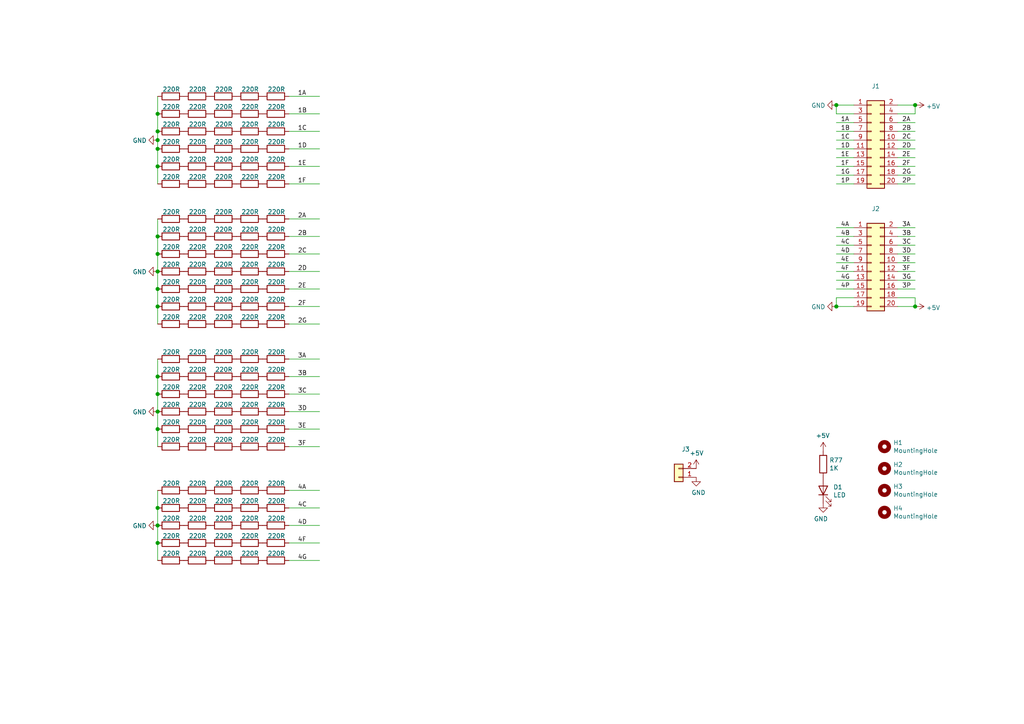
<source format=kicad_sch>
(kicad_sch (version 20201015) (generator eeschema)
  (paper "A4")
  (lib_symbols
    (symbol "Connector_Generic:Conn_01x02" (pin_names (offset 1.016) hide)
      (property "Reference" "J" (at 0 2.54 0))
      (property "Value" "Conn_01x02" (at 0 -5.08 0))
      (symbol "Conn_01x02_1_1"
        (rectangle (start -1.27 -2.413) (end 0 -2.667) (stroke (width 0.1524)))
        (rectangle (start -1.27 0.127) (end 0 -0.127) (stroke (width 0.1524)))
        (rectangle (start -1.27 1.27) (end 1.27 -3.81) (stroke (width 0.254)) (fill (type background)))
        (pin passive line (at -5.08 0 0) (length 3.81) (name "Pin_1") (number "1"))
        (pin passive line (at -5.08 -2.54 0) (length 3.81) (name "Pin_2") (number "2"))
      )
    )
    (symbol "Connector_Generic:Conn_02x10_Odd_Even" (pin_names (offset 1.016) hide)
      (property "Reference" "J" (at 1.27 12.7 0))
      (property "Value" "Conn_02x10_Odd_Even" (at 1.27 -15.24 0))
      (symbol "Conn_02x10_Odd_Even_1_1"
        (rectangle (start -1.27 -4.953) (end 0 -5.207) (stroke (width 0.1524)))
        (rectangle (start -1.27 -7.493) (end 0 -7.747) (stroke (width 0.1524)))
        (rectangle (start -1.27 -10.033) (end 0 -10.287) (stroke (width 0.1524)))
        (rectangle (start -1.27 -12.573) (end 0 -12.827) (stroke (width 0.1524)))
        (rectangle (start -1.27 -2.413) (end 0 -2.667) (stroke (width 0.1524)))
        (rectangle (start -1.27 2.667) (end 0 2.413) (stroke (width 0.1524)))
        (rectangle (start -1.27 5.207) (end 0 4.953) (stroke (width 0.1524)))
        (rectangle (start -1.27 7.747) (end 0 7.493) (stroke (width 0.1524)))
        (rectangle (start -1.27 10.287) (end 0 10.033) (stroke (width 0.1524)))
        (rectangle (start -1.27 11.43) (end 3.81 -13.97) (stroke (width 0.254)) (fill (type background)))
        (rectangle (start -1.27 0.127) (end 0 -0.127) (stroke (width 0.1524)))
        (rectangle (start 3.81 -4.953) (end 2.54 -5.207) (stroke (width 0.1524)))
        (rectangle (start 3.81 -7.493) (end 2.54 -7.747) (stroke (width 0.1524)))
        (rectangle (start 3.81 -10.033) (end 2.54 -10.287) (stroke (width 0.1524)))
        (rectangle (start 3.81 -12.573) (end 2.54 -12.827) (stroke (width 0.1524)))
        (rectangle (start 3.81 -2.413) (end 2.54 -2.667) (stroke (width 0.1524)))
        (rectangle (start 3.81 2.667) (end 2.54 2.413) (stroke (width 0.1524)))
        (rectangle (start 3.81 5.207) (end 2.54 4.953) (stroke (width 0.1524)))
        (rectangle (start 3.81 7.747) (end 2.54 7.493) (stroke (width 0.1524)))
        (rectangle (start 3.81 10.287) (end 2.54 10.033) (stroke (width 0.1524)))
        (rectangle (start 3.81 0.127) (end 2.54 -0.127) (stroke (width 0.1524)))
        (pin passive line (at -5.08 10.16 0) (length 3.81) (name "Pin_1") (number "1"))
        (pin passive line (at 7.62 0 180) (length 3.81) (name "Pin_10") (number "10"))
        (pin passive line (at -5.08 -2.54 0) (length 3.81) (name "Pin_11") (number "11"))
        (pin passive line (at 7.62 -2.54 180) (length 3.81) (name "Pin_12") (number "12"))
        (pin passive line (at -5.08 -5.08 0) (length 3.81) (name "Pin_13") (number "13"))
        (pin passive line (at 7.62 -5.08 180) (length 3.81) (name "Pin_14") (number "14"))
        (pin passive line (at -5.08 -7.62 0) (length 3.81) (name "Pin_15") (number "15"))
        (pin passive line (at 7.62 -7.62 180) (length 3.81) (name "Pin_16") (number "16"))
        (pin passive line (at -5.08 -10.16 0) (length 3.81) (name "Pin_17") (number "17"))
        (pin passive line (at 7.62 -10.16 180) (length 3.81) (name "Pin_18") (number "18"))
        (pin passive line (at -5.08 -12.7 0) (length 3.81) (name "Pin_19") (number "19"))
        (pin passive line (at 7.62 10.16 180) (length 3.81) (name "Pin_2") (number "2"))
        (pin passive line (at 7.62 -12.7 180) (length 3.81) (name "Pin_20") (number "20"))
        (pin passive line (at -5.08 7.62 0) (length 3.81) (name "Pin_3") (number "3"))
        (pin passive line (at 7.62 7.62 180) (length 3.81) (name "Pin_4") (number "4"))
        (pin passive line (at -5.08 5.08 0) (length 3.81) (name "Pin_5") (number "5"))
        (pin passive line (at 7.62 5.08 180) (length 3.81) (name "Pin_6") (number "6"))
        (pin passive line (at -5.08 2.54 0) (length 3.81) (name "Pin_7") (number "7"))
        (pin passive line (at 7.62 2.54 180) (length 3.81) (name "Pin_8") (number "8"))
        (pin passive line (at -5.08 0 0) (length 3.81) (name "Pin_9") (number "9"))
      )
    )
    (symbol "Device:LED" (pin_numbers hide) (pin_names (offset 1.016) hide)
      (property "Reference" "D" (at 0 2.54 0))
      (property "Value" "LED" (at 0 -2.54 0))
      (symbol "LED_0_1"
        (polyline (pts (xy -1.27 -1.27) (xy -1.27 1.27)) (stroke (width 0.254)))
        (polyline (pts (xy -1.27 0) (xy 1.27 0)))
        (polyline (pts (xy 1.27 -1.27) (xy 1.27 1.27) (xy -1.27 0) (xy 1.27 -1.27)) (stroke (width 0.254)))
        (polyline (pts (xy -3.048 -0.762) (xy -4.572 -2.286) (xy -3.81 -2.286) (xy -4.572 -2.286) (xy -4.572 -1.524)))
        (polyline (pts (xy -1.778 -0.762) (xy -3.302 -2.286) (xy -2.54 -2.286) (xy -3.302 -2.286) (xy -3.302 -1.524)))
      )
      (symbol "LED_1_1"
        (pin passive line (at -3.81 0 0) (length 2.54) (name "K") (number "1"))
        (pin passive line (at 3.81 0 180) (length 2.54) (name "A") (number "2"))
      )
    )
    (symbol "Device:R" (pin_numbers hide) (pin_names (offset 0))
      (property "Reference" "R" (at 2.032 0 90))
      (property "Value" "R" (at 0 0 90))
      (symbol "R_0_1"
        (rectangle (start -1.016 -2.54) (end 1.016 2.54) (stroke (width 0.254)))
      )
      (symbol "R_1_1"
        (pin passive line (at 0 3.81 270) (length 1.27) (name "~") (number "1"))
        (pin passive line (at 0 -3.81 90) (length 1.27) (name "~") (number "2"))
      )
    )
    (symbol "Mechanical:MountingHole" (pin_names (offset 1.016))
      (property "Reference" "H" (at 0 5.08 0))
      (property "Value" "MountingHole" (at 0 3.175 0))
      (symbol "MountingHole_0_1"
        (circle (center 0 0) (radius 1.27) (stroke (width 1.27)))
      )
    )
    (symbol "power:+5V" (power) (pin_names (offset 0))
      (property "Value" "+5V" (at 0 3.556 0))
      (symbol "+5V_0_1"
        (polyline (pts (xy -0.762 1.27) (xy 0 2.54)))
        (polyline (pts (xy 0 0) (xy 0 2.54)))
        (polyline (pts (xy 0 2.54) (xy 0.762 1.27)))
      )
      (symbol "+5V_1_1"
        (pin power_in line (at 0 0 90) (length 0) hide (name "+5V") (number "1"))
      )
    )
    (symbol "power:GND" (power) (pin_names (offset 0))
      (property "Value" "GND" (at 0 -3.81 0))
      (symbol "GND_0_1"
        (polyline (pts (xy 0 0) (xy 0 -1.27) (xy 1.27 -1.27) (xy 0 -2.54) (xy -1.27 -1.27) (xy 0 -1.27)))
      )
      (symbol "GND_1_1"
        (pin power_in line (at 0 0 270) (length 0) hide (name "GND") (number "1"))
      )
    )
  )
  (junction (at 45.72 33.02) (diameter 1.016))
  (junction (at 45.72 38.1) (diameter 1.016))
  (junction (at 45.72 40.64) (diameter 1.016))
  (junction (at 45.72 43.18) (diameter 1.016))
  (junction (at 45.72 48.26) (diameter 1.016))
  (junction (at 45.72 68.58) (diameter 1.016))
  (junction (at 45.72 73.66) (diameter 1.016))
  (junction (at 45.72 78.74) (diameter 1.016))
  (junction (at 45.72 83.82) (diameter 1.016))
  (junction (at 45.72 88.9) (diameter 1.016))
  (junction (at 45.72 109.22) (diameter 1.016))
  (junction (at 45.72 114.3) (diameter 1.016))
  (junction (at 45.72 119.38) (diameter 1.016))
  (junction (at 45.72 124.46) (diameter 1.016))
  (junction (at 45.72 147.32) (diameter 1.016))
  (junction (at 45.72 152.4) (diameter 1.016))
  (junction (at 45.72 157.48) (diameter 1.016))
  (junction (at 242.57 30.48) (diameter 1.016))
  (junction (at 242.57 88.9) (diameter 1.016))
  (junction (at 265.43 30.48) (diameter 1.016))
  (junction (at 265.43 88.9) (diameter 1.016))
  (wire (pts (xy 45.72 27.94) (xy 45.72 33.02)))
  (wire (pts (xy 45.72 33.02) (xy 45.72 38.1)))
  (wire (pts (xy 45.72 38.1) (xy 45.72 40.64)))
  (wire (pts (xy 45.72 40.64) (xy 45.72 43.18)))
  (wire (pts (xy 45.72 43.18) (xy 45.72 48.26)))
  (wire (pts (xy 45.72 48.26) (xy 45.72 53.34)))
  (wire (pts (xy 45.72 63.5) (xy 45.72 68.58)))
  (wire (pts (xy 45.72 68.58) (xy 45.72 73.66)))
  (wire (pts (xy 45.72 73.66) (xy 45.72 78.74)))
  (wire (pts (xy 45.72 78.74) (xy 45.72 83.82)))
  (wire (pts (xy 45.72 83.82) (xy 45.72 88.9)))
  (wire (pts (xy 45.72 88.9) (xy 45.72 93.98)))
  (wire (pts (xy 45.72 104.14) (xy 45.72 109.22)))
  (wire (pts (xy 45.72 109.22) (xy 45.72 114.3)))
  (wire (pts (xy 45.72 114.3) (xy 45.72 119.38)))
  (wire (pts (xy 45.72 119.38) (xy 45.72 124.46)))
  (wire (pts (xy 45.72 124.46) (xy 45.72 129.54)))
  (wire (pts (xy 45.72 142.24) (xy 45.72 147.32)))
  (wire (pts (xy 45.72 147.32) (xy 45.72 152.4)))
  (wire (pts (xy 45.72 152.4) (xy 45.72 157.48)))
  (wire (pts (xy 45.72 157.48) (xy 45.72 162.56)))
  (wire (pts (xy 83.82 27.94) (xy 92.71 27.94)))
  (wire (pts (xy 83.82 33.02) (xy 92.71 33.02)))
  (wire (pts (xy 83.82 38.1) (xy 92.71 38.1)))
  (wire (pts (xy 83.82 43.18) (xy 92.71 43.18)))
  (wire (pts (xy 83.82 48.26) (xy 92.71 48.26)))
  (wire (pts (xy 83.82 53.34) (xy 92.71 53.34)))
  (wire (pts (xy 83.82 63.5) (xy 92.71 63.5)))
  (wire (pts (xy 83.82 68.58) (xy 92.71 68.58)))
  (wire (pts (xy 83.82 73.66) (xy 92.71 73.66)))
  (wire (pts (xy 83.82 78.74) (xy 92.71 78.74)))
  (wire (pts (xy 83.82 83.82) (xy 92.71 83.82)))
  (wire (pts (xy 83.82 88.9) (xy 92.71 88.9)))
  (wire (pts (xy 83.82 93.98) (xy 92.71 93.98)))
  (wire (pts (xy 83.82 104.14) (xy 92.71 104.14)))
  (wire (pts (xy 83.82 109.22) (xy 92.71 109.22)))
  (wire (pts (xy 83.82 114.3) (xy 92.71 114.3)))
  (wire (pts (xy 83.82 119.38) (xy 92.71 119.38)))
  (wire (pts (xy 83.82 124.46) (xy 92.71 124.46)))
  (wire (pts (xy 83.82 129.54) (xy 92.71 129.54)))
  (wire (pts (xy 83.82 142.24) (xy 92.71 142.24)))
  (wire (pts (xy 83.82 147.32) (xy 92.71 147.32)))
  (wire (pts (xy 83.82 152.4) (xy 92.71 152.4)))
  (wire (pts (xy 83.82 157.48) (xy 92.71 157.48)))
  (wire (pts (xy 83.82 162.56) (xy 92.71 162.56)))
  (wire (pts (xy 242.57 30.48) (xy 247.65 30.48)))
  (wire (pts (xy 242.57 33.02) (xy 242.57 30.48)))
  (wire (pts (xy 242.57 33.02) (xy 247.65 33.02)))
  (wire (pts (xy 242.57 35.56) (xy 247.65 35.56)))
  (wire (pts (xy 242.57 38.1) (xy 247.65 38.1)))
  (wire (pts (xy 242.57 40.64) (xy 247.65 40.64)))
  (wire (pts (xy 242.57 43.18) (xy 247.65 43.18)))
  (wire (pts (xy 242.57 45.72) (xy 247.65 45.72)))
  (wire (pts (xy 242.57 48.26) (xy 247.65 48.26)))
  (wire (pts (xy 242.57 50.8) (xy 247.65 50.8)))
  (wire (pts (xy 242.57 53.34) (xy 247.65 53.34)))
  (wire (pts (xy 242.57 66.04) (xy 247.65 66.04)))
  (wire (pts (xy 242.57 68.58) (xy 247.65 68.58)))
  (wire (pts (xy 242.57 71.12) (xy 247.65 71.12)))
  (wire (pts (xy 242.57 73.66) (xy 247.65 73.66)))
  (wire (pts (xy 242.57 76.2) (xy 247.65 76.2)))
  (wire (pts (xy 242.57 78.74) (xy 247.65 78.74)))
  (wire (pts (xy 242.57 81.28) (xy 247.65 81.28)))
  (wire (pts (xy 242.57 83.82) (xy 247.65 83.82)))
  (wire (pts (xy 242.57 86.36) (xy 242.57 88.9)))
  (wire (pts (xy 242.57 86.36) (xy 247.65 86.36)))
  (wire (pts (xy 242.57 88.9) (xy 247.65 88.9)))
  (wire (pts (xy 260.35 30.48) (xy 265.43 30.48)))
  (wire (pts (xy 260.35 33.02) (xy 265.43 33.02)))
  (wire (pts (xy 260.35 35.56) (xy 265.43 35.56)))
  (wire (pts (xy 260.35 38.1) (xy 265.43 38.1)))
  (wire (pts (xy 260.35 40.64) (xy 265.43 40.64)))
  (wire (pts (xy 260.35 43.18) (xy 265.43 43.18)))
  (wire (pts (xy 260.35 45.72) (xy 265.43 45.72)))
  (wire (pts (xy 260.35 48.26) (xy 265.43 48.26)))
  (wire (pts (xy 260.35 50.8) (xy 265.43 50.8)))
  (wire (pts (xy 260.35 53.34) (xy 265.43 53.34)))
  (wire (pts (xy 260.35 66.04) (xy 265.43 66.04)))
  (wire (pts (xy 260.35 68.58) (xy 265.43 68.58)))
  (wire (pts (xy 260.35 71.12) (xy 265.43 71.12)))
  (wire (pts (xy 260.35 73.66) (xy 265.43 73.66)))
  (wire (pts (xy 260.35 76.2) (xy 265.43 76.2)))
  (wire (pts (xy 260.35 78.74) (xy 265.43 78.74)))
  (wire (pts (xy 260.35 81.28) (xy 265.43 81.28)))
  (wire (pts (xy 260.35 83.82) (xy 265.43 83.82)))
  (wire (pts (xy 260.35 86.36) (xy 265.43 86.36)))
  (wire (pts (xy 260.35 88.9) (xy 265.43 88.9)))
  (wire (pts (xy 265.43 30.48) (xy 265.43 33.02)))
  (wire (pts (xy 265.43 86.36) (xy 265.43 88.9)))
  (label "1A" (at 86.36 27.94 0))
  (label "1B" (at 86.36 33.02 0))
  (label "1C" (at 86.36 38.1 0))
  (label "1D" (at 86.36 43.18 0))
  (label "1E" (at 86.36 48.26 0))
  (label "1F" (at 86.36 53.34 0))
  (label "2A" (at 86.36 63.5 0))
  (label "2B" (at 86.36 68.58 0))
  (label "2C" (at 86.36 73.66 0))
  (label "2D" (at 86.36 78.74 0))
  (label "2E" (at 86.36 83.82 0))
  (label "2F" (at 86.36 88.9 0))
  (label "2G" (at 86.36 93.98 0))
  (label "3A" (at 86.36 104.14 0))
  (label "3B" (at 86.36 109.22 0))
  (label "3C" (at 86.36 114.3 0))
  (label "3D" (at 86.36 119.38 0))
  (label "3E" (at 86.36 124.46 0))
  (label "3F" (at 86.36 129.54 0))
  (label "4A" (at 86.36 142.24 0))
  (label "4C" (at 86.36 147.32 0))
  (label "4D" (at 86.36 152.4 0))
  (label "4F" (at 86.36 157.48 0))
  (label "4G" (at 86.36 162.56 0))
  (label "1A" (at 243.84 35.56 0))
  (label "1B" (at 243.84 38.1 0))
  (label "1C" (at 243.84 40.64 0))
  (label "1D" (at 243.84 43.18 0))
  (label "1E" (at 243.84 45.72 0))
  (label "1F" (at 243.84 48.26 0))
  (label "1G" (at 243.84 50.8 0))
  (label "1P" (at 243.84 53.34 0))
  (label "4A" (at 243.84 66.04 0))
  (label "4B" (at 243.84 68.58 0))
  (label "4C" (at 243.84 71.12 0))
  (label "4D" (at 243.84 73.66 0))
  (label "4E" (at 243.84 76.2 0))
  (label "4F" (at 243.84 78.74 0))
  (label "4G" (at 243.84 81.28 0))
  (label "4P" (at 243.84 83.82 0))
  (label "2A" (at 261.62 35.56 0))
  (label "2B" (at 261.62 38.1 0))
  (label "2C" (at 261.62 40.64 0))
  (label "2D" (at 261.62 43.18 0))
  (label "2E" (at 261.62 45.72 0))
  (label "2F" (at 261.62 48.26 0))
  (label "2G" (at 261.62 50.8 0))
  (label "2P" (at 261.62 53.34 0))
  (label "3A" (at 261.62 66.04 0))
  (label "3B" (at 261.62 68.58 0))
  (label "3C" (at 261.62 71.12 0))
  (label "3D" (at 261.62 73.66 0))
  (label "3E" (at 261.62 76.2 0))
  (label "3F" (at 261.62 78.74 0))
  (label "3G" (at 261.62 81.28 0))
  (label "3P" (at 261.62 83.82 0))
  (symbol (lib_id "power:+5V") (at 201.93 135.89 0) (mirror y) (unit 1)
    (property "Reference" "#PWR07" (effects hide))
    (property "Value" "+5V" (at 204.1017 131.4449 0) (effects (justify left)))
  )
  (symbol (lib_id "power:+5V") (at 238.76 130.81 0) (unit 1)
    (property "Reference" "#PWR0104" (effects hide))
    (property "Value" "+5V" (at 236.5883 126.3649 0) (effects (justify left)))
  )
  (symbol (lib_id "power:+5V") (at 265.43 30.48 270) (unit 1)
    (property "Reference" "#PWR0103" (effects hide))
    (property "Value" "+5V" (at 268.6051 30.8483 90) (effects (justify left)))
  )
  (symbol (lib_id "power:+5V") (at 265.43 88.9 270) (unit 1)
    (property "Reference" "#PWR0105" (effects hide))
    (property "Value" "+5V" (at 268.6051 89.2683 90) (effects (justify left)))
  )
  (symbol (lib_id "power:GND") (at 45.72 40.64 270) (unit 1)
    (property "Reference" "#PWR0108" (effects hide))
    (property "Value" "GND" (at 42.545 40.7543 90) (effects (justify right)))
  )
  (symbol (lib_id "power:GND") (at 45.72 78.74 270) (unit 1)
    (property "Reference" "#PWR0107" (effects hide))
    (property "Value" "GND" (at 42.545 78.8543 90) (effects (justify right)))
  )
  (symbol (lib_id "power:GND") (at 45.72 119.38 270) (unit 1)
    (property "Reference" "#PWR0106" (effects hide))
    (property "Value" "GND" (at 42.545 119.4943 90) (effects (justify right)))
  )
  (symbol (lib_id "power:GND") (at 45.72 152.4 270) (unit 1)
    (property "Reference" "#PWR0109" (effects hide))
    (property "Value" "GND" (at 42.545 152.5143 90) (effects (justify right)))
  )
  (symbol (lib_id "power:GND") (at 201.93 138.43 0) (mirror y) (unit 1)
    (property "Reference" "#PWR05" (effects hide))
    (property "Value" "GND" (at 200.5457 142.875 0) (effects (justify right)))
  )
  (symbol (lib_id "power:GND") (at 238.76 146.05 0) (unit 1)
    (property "Reference" "#PWR08" (effects hide))
    (property "Value" "GND" (at 240.1443 150.495 0) (effects (justify right)))
  )
  (symbol (lib_id "power:GND") (at 242.57 30.48 270) (unit 1)
    (property "Reference" "#PWR0102" (effects hide))
    (property "Value" "GND" (at 239.395 30.5943 90) (effects (justify right)))
  )
  (symbol (lib_id "power:GND") (at 242.57 88.9 270) (unit 1)
    (property "Reference" "#PWR0101" (effects hide))
    (property "Value" "GND" (at 239.395 89.0143 90) (effects (justify right)))
  )
  (symbol (lib_id "Mechanical:MountingHole") (at 256.54 129.54 0) (unit 1)
    (property "Reference" "H1" (at 259.0801 128.3906 0) (effects (justify left)))
    (property "Value" "MountingHole" (at 259.0801 130.6893 0) (effects (justify left)))
    (property "Footprint" "MountingHole:MountingHole_3.2mm_M3" (effects hide))
  )
  (symbol (lib_id "Mechanical:MountingHole") (at 256.54 135.89 0) (unit 1)
    (property "Reference" "H2" (at 259.0801 134.7406 0) (effects (justify left)))
    (property "Value" "MountingHole" (at 259.0801 137.0393 0) (effects (justify left)))
    (property "Footprint" "MountingHole:MountingHole_3.2mm_M3" (effects hide))
  )
  (symbol (lib_id "Mechanical:MountingHole") (at 256.54 142.24 0) (unit 1)
    (property "Reference" "H3" (at 259.0801 141.0906 0) (effects (justify left)))
    (property "Value" "MountingHole" (at 259.0801 143.3893 0) (effects (justify left)))
    (property "Footprint" "MountingHole:MountingHole_3.2mm_M3" (effects hide))
  )
  (symbol (lib_id "Mechanical:MountingHole") (at 256.54 148.59 0) (unit 1)
    (property "Reference" "H4" (at 259.0801 147.4406 0) (effects (justify left)))
    (property "Value" "MountingHole" (at 259.0801 149.7393 0) (effects (justify left)))
    (property "Footprint" "MountingHole:MountingHole_3.2mm_M3" (effects hide))
  )
  (symbol (lib_id "Device:R") (at 49.53 27.94 270) (unit 1)
    (property "Reference" "R1" (effects hide))
    (property "Value" "220R" (at 47.1107 25.9081 90) (effects (justify left)))
    (property "Footprint" "Resistor_SMD:R_0805_2012Metric_Pad1.15x1.40mm_HandSolder" (effects hide))
  )
  (symbol (lib_id "Device:R") (at 49.53 33.02 270) (unit 1)
    (property "Reference" "R2" (effects hide))
    (property "Value" "220R" (at 47.1107 30.9881 90) (effects (justify left)))
    (property "Footprint" "Resistor_SMD:R_0805_2012Metric_Pad1.15x1.40mm_HandSolder" (effects hide))
  )
  (symbol (lib_id "Device:R") (at 49.53 38.1 270) (unit 1)
    (property "Reference" "R10" (effects hide))
    (property "Value" "220R" (at 47.1107 36.0681 90) (effects (justify left)))
    (property "Footprint" "Resistor_SMD:R_0805_2012Metric_Pad1.15x1.40mm_HandSolder" (effects hide))
  )
  (symbol (lib_id "Device:R") (at 49.53 43.18 270) (unit 1)
    (property "Reference" "R11" (effects hide))
    (property "Value" "220R" (at 47.1107 41.1481 90) (effects (justify left)))
    (property "Footprint" "Resistor_SMD:R_0805_2012Metric_Pad1.15x1.40mm_HandSolder" (effects hide))
  )
  (symbol (lib_id "Device:R") (at 49.53 48.26 270) (unit 1)
    (property "Reference" "R12" (effects hide))
    (property "Value" "220R" (at 47.1107 46.2281 90) (effects (justify left)))
    (property "Footprint" "Resistor_SMD:R_0805_2012Metric_Pad1.15x1.40mm_HandSolder" (effects hide))
  )
  (symbol (lib_id "Device:R") (at 49.53 53.34 270) (unit 1)
    (property "Reference" "R17" (effects hide))
    (property "Value" "220R" (at 47.1107 51.3081 90) (effects (justify left)))
    (property "Footprint" "Resistor_SMD:R_0805_2012Metric_Pad1.15x1.40mm_HandSolder" (effects hide))
  )
  (symbol (lib_id "Device:R") (at 49.53 63.5 270) (unit 1)
    (property "Reference" "R3" (effects hide))
    (property "Value" "220R" (at 47.1107 61.4681 90) (effects (justify left)))
    (property "Footprint" "Resistor_SMD:R_0805_2012Metric_Pad1.15x1.40mm_HandSolder" (effects hide))
  )
  (symbol (lib_id "Device:R") (at 49.53 68.58 270) (unit 1)
    (property "Reference" "R4" (effects hide))
    (property "Value" "220R" (at 47.1107 66.5481 90) (effects (justify left)))
    (property "Footprint" "Resistor_SMD:R_0805_2012Metric_Pad1.15x1.40mm_HandSolder" (effects hide))
  )
  (symbol (lib_id "Device:R") (at 49.53 73.66 270) (unit 1)
    (property "Reference" "R5" (effects hide))
    (property "Value" "220R" (at 47.1107 71.6281 90) (effects (justify left)))
    (property "Footprint" "Resistor_SMD:R_0805_2012Metric_Pad1.15x1.40mm_HandSolder" (effects hide))
  )
  (symbol (lib_id "Device:R") (at 49.53 78.74 270) (unit 1)
    (property "Reference" "R6" (effects hide))
    (property "Value" "220R" (at 47.1107 76.7081 90) (effects (justify left)))
    (property "Footprint" "Resistor_SMD:R_0805_2012Metric_Pad1.15x1.40mm_HandSolder" (effects hide))
  )
  (symbol (lib_id "Device:R") (at 49.53 83.82 270) (unit 1)
    (property "Reference" "R7" (effects hide))
    (property "Value" "220R" (at 47.1107 81.7881 90) (effects (justify left)))
    (property "Footprint" "Resistor_SMD:R_0805_2012Metric_Pad1.15x1.40mm_HandSolder" (effects hide))
  )
  (symbol (lib_id "Device:R") (at 49.53 88.9 270) (unit 1)
    (property "Reference" "R29" (effects hide))
    (property "Value" "220R" (at 47.1107 86.8681 90) (effects (justify left)))
    (property "Footprint" "Resistor_SMD:R_0805_2012Metric_Pad1.15x1.40mm_HandSolder" (effects hide))
  )
  (symbol (lib_id "Device:R") (at 49.53 93.98 270) (unit 1)
    (property "Reference" "R30" (effects hide))
    (property "Value" "220R" (at 47.1107 91.9481 90) (effects (justify left)))
    (property "Footprint" "Resistor_SMD:R_0805_2012Metric_Pad1.15x1.40mm_HandSolder" (effects hide))
  )
  (symbol (lib_id "Device:R") (at 49.53 104.14 270) (unit 1)
    (property "Reference" "R8" (effects hide))
    (property "Value" "220R" (at 47.1107 102.1081 90) (effects (justify left)))
    (property "Footprint" "Resistor_SMD:R_0805_2012Metric" (effects hide))
  )
  (symbol (lib_id "Device:R") (at 49.53 109.22 270) (unit 1)
    (property "Reference" "R9" (effects hide))
    (property "Value" "220R" (at 47.1107 107.1881 90) (effects (justify left)))
    (property "Footprint" "Resistor_SMD:R_0805_2012Metric" (effects hide))
  )
  (symbol (lib_id "Device:R") (at 49.53 114.3 270) (unit 1)
    (property "Reference" "R31" (effects hide))
    (property "Value" "220R" (at 47.1107 112.2681 90) (effects (justify left)))
    (property "Footprint" "Resistor_SMD:R_0805_2012Metric" (effects hide))
  )
  (symbol (lib_id "Device:R") (at 49.53 119.38 270) (unit 1)
    (property "Reference" "R36" (effects hide))
    (property "Value" "220R" (at 47.1107 117.3481 90) (effects (justify left)))
    (property "Footprint" "Resistor_SMD:R_0805_2012Metric" (effects hide))
  )
  (symbol (lib_id "Device:R") (at 49.53 124.46 270) (unit 1)
    (property "Reference" "R48" (effects hide))
    (property "Value" "220R" (at 47.1107 122.4281 90) (effects (justify left)))
    (property "Footprint" "Resistor_SMD:R_0805_2012Metric" (effects hide))
  )
  (symbol (lib_id "Device:R") (at 49.53 129.54 270) (unit 1)
    (property "Reference" "R13" (effects hide))
    (property "Value" "220R" (at 47.1107 127.5081 90) (effects (justify left)))
    (property "Footprint" "Resistor_SMD:R_0805_2012Metric" (effects hide))
  )
  (symbol (lib_id "Device:R") (at 49.53 142.24 270) (unit 1)
    (property "Reference" "R14" (effects hide))
    (property "Value" "220R" (at 47.1107 140.2081 90) (effects (justify left)))
    (property "Footprint" "Resistor_SMD:R_0805_2012Metric" (effects hide))
  )
  (symbol (lib_id "Device:R") (at 49.53 147.32 270) (unit 1)
    (property "Reference" "R15" (effects hide))
    (property "Value" "220R" (at 47.1107 145.2881 90) (effects (justify left)))
    (property "Footprint" "Resistor_SMD:R_0805_2012Metric" (effects hide))
  )
  (symbol (lib_id "Device:R") (at 49.53 152.4 270) (unit 1)
    (property "Reference" "R16" (effects hide))
    (property "Value" "220R" (at 47.1107 150.3681 90) (effects (justify left)))
    (property "Footprint" "Resistor_SMD:R_0805_2012Metric" (effects hide))
  )
  (symbol (lib_id "Device:R") (at 49.53 157.48 270) (unit 1)
    (property "Reference" "R18" (effects hide))
    (property "Value" "220R" (at 47.1107 155.4481 90) (effects (justify left)))
    (property "Footprint" "Resistor_SMD:R_0805_2012Metric" (effects hide))
  )
  (symbol (lib_id "Device:R") (at 49.53 162.56 270) (unit 1)
    (property "Reference" "R19" (effects hide))
    (property "Value" "220R" (at 47.1107 160.5281 90) (effects (justify left)))
    (property "Footprint" "Resistor_SMD:R_0805_2012Metric" (effects hide))
  )
  (symbol (lib_id "Device:R") (at 57.15 27.94 270) (unit 1)
    (property "Reference" "R20" (effects hide))
    (property "Value" "220R" (at 54.7307 25.9081 90) (effects (justify left)))
    (property "Footprint" "Resistor_SMD:R_0805_2012Metric_Pad1.15x1.40mm_HandSolder" (effects hide))
  )
  (symbol (lib_id "Device:R") (at 57.15 33.02 270) (unit 1)
    (property "Reference" "R21" (effects hide))
    (property "Value" "220R" (at 54.7307 30.9881 90) (effects (justify left)))
    (property "Footprint" "Resistor_SMD:R_0805_2012Metric_Pad1.15x1.40mm_HandSolder" (effects hide))
  )
  (symbol (lib_id "Device:R") (at 57.15 38.1 270) (unit 1)
    (property "Reference" "R49" (effects hide))
    (property "Value" "220R" (at 54.7307 36.0681 90) (effects (justify left)))
    (property "Footprint" "Resistor_SMD:R_0805_2012Metric_Pad1.15x1.40mm_HandSolder" (effects hide))
  )
  (symbol (lib_id "Device:R") (at 57.15 43.18 270) (unit 1)
    (property "Reference" "R50" (effects hide))
    (property "Value" "220R" (at 54.7307 41.1481 90) (effects (justify left)))
    (property "Footprint" "Resistor_SMD:R_0805_2012Metric_Pad1.15x1.40mm_HandSolder" (effects hide))
  )
  (symbol (lib_id "Device:R") (at 57.15 48.26 270) (unit 1)
    (property "Reference" "R55" (effects hide))
    (property "Value" "220R" (at 54.7307 46.2281 90) (effects (justify left)))
    (property "Footprint" "Resistor_SMD:R_0805_2012Metric_Pad1.15x1.40mm_HandSolder" (effects hide))
  )
  (symbol (lib_id "Device:R") (at 57.15 53.34 270) (unit 1)
    (property "Reference" "R67" (effects hide))
    (property "Value" "220R" (at 54.7307 51.3081 90) (effects (justify left)))
    (property "Footprint" "Resistor_SMD:R_0805_2012Metric_Pad1.15x1.40mm_HandSolder" (effects hide))
  )
  (symbol (lib_id "Device:R") (at 57.15 63.5 270) (unit 1)
    (property "Reference" "R22" (effects hide))
    (property "Value" "220R" (at 54.7307 61.4681 90) (effects (justify left)))
    (property "Footprint" "Resistor_SMD:R_0805_2012Metric_Pad1.15x1.40mm_HandSolder" (effects hide))
  )
  (symbol (lib_id "Device:R") (at 57.15 68.58 270) (unit 1)
    (property "Reference" "R23" (effects hide))
    (property "Value" "220R" (at 54.7307 66.5481 90) (effects (justify left)))
    (property "Footprint" "Resistor_SMD:R_0805_2012Metric_Pad1.15x1.40mm_HandSolder" (effects hide))
  )
  (symbol (lib_id "Device:R") (at 57.15 73.66 270) (unit 1)
    (property "Reference" "R24" (effects hide))
    (property "Value" "220R" (at 54.7307 71.6281 90) (effects (justify left)))
    (property "Footprint" "Resistor_SMD:R_0805_2012Metric_Pad1.15x1.40mm_HandSolder" (effects hide))
  )
  (symbol (lib_id "Device:R") (at 57.15 78.74 270) (unit 1)
    (property "Reference" "R25" (effects hide))
    (property "Value" "220R" (at 54.7307 76.7081 90) (effects (justify left)))
    (property "Footprint" "Resistor_SMD:R_0805_2012Metric_Pad1.15x1.40mm_HandSolder" (effects hide))
  )
  (symbol (lib_id "Device:R") (at 57.15 83.82 270) (unit 1)
    (property "Reference" "R26" (effects hide))
    (property "Value" "220R" (at 54.7307 81.7881 90) (effects (justify left)))
    (property "Footprint" "Resistor_SMD:R_0805_2012Metric_Pad1.15x1.40mm_HandSolder" (effects hide))
  )
  (symbol (lib_id "Device:R") (at 57.15 88.9 270) (unit 1)
    (property "Reference" "R68" (effects hide))
    (property "Value" "220R" (at 54.7307 86.8681 90) (effects (justify left)))
    (property "Footprint" "Resistor_SMD:R_0805_2012Metric_Pad1.15x1.40mm_HandSolder" (effects hide))
  )
  (symbol (lib_id "Device:R") (at 57.15 93.98 270) (unit 1)
    (property "Reference" "R69" (effects hide))
    (property "Value" "220R" (at 54.7307 91.9481 90) (effects (justify left)))
    (property "Footprint" "Resistor_SMD:R_0805_2012Metric_Pad1.15x1.40mm_HandSolder" (effects hide))
  )
  (symbol (lib_id "Device:R") (at 57.15 104.14 270) (unit 1)
    (property "Reference" "R27" (effects hide))
    (property "Value" "220R" (at 54.7307 102.1081 90) (effects (justify left)))
    (property "Footprint" "Resistor_SMD:R_0805_2012Metric" (effects hide))
  )
  (symbol (lib_id "Device:R") (at 57.15 109.22 270) (unit 1)
    (property "Reference" "R28" (effects hide))
    (property "Value" "220R" (at 54.7307 107.1881 90) (effects (justify left)))
    (property "Footprint" "Resistor_SMD:R_0805_2012Metric" (effects hide))
  )
  (symbol (lib_id "Device:R") (at 57.15 114.3 270) (unit 1)
    (property "Reference" "R74" (effects hide))
    (property "Value" "220R" (at 54.7307 112.2681 90) (effects (justify left)))
    (property "Footprint" "Resistor_SMD:R_0805_2012Metric" (effects hide))
  )
  (symbol (lib_id "Device:R") (at 57.15 119.38 270) (unit 1)
    (property "Reference" "R87" (effects hide))
    (property "Value" "220R" (at 54.7307 117.3481 90) (effects (justify left)))
    (property "Footprint" "Resistor_SMD:R_0805_2012Metric" (effects hide))
  )
  (symbol (lib_id "Device:R") (at 57.15 124.46 270) (unit 1)
    (property "Reference" "R88" (effects hide))
    (property "Value" "220R" (at 54.7307 122.4281 90) (effects (justify left)))
    (property "Footprint" "Resistor_SMD:R_0805_2012Metric" (effects hide))
  )
  (symbol (lib_id "Device:R") (at 57.15 129.54 270) (unit 1)
    (property "Reference" "R32" (effects hide))
    (property "Value" "220R" (at 54.7307 127.5081 90) (effects (justify left)))
    (property "Footprint" "Resistor_SMD:R_0805_2012Metric" (effects hide))
  )
  (symbol (lib_id "Device:R") (at 57.15 142.24 270) (unit 1)
    (property "Reference" "R33" (effects hide))
    (property "Value" "220R" (at 54.7307 140.2081 90) (effects (justify left)))
    (property "Footprint" "Resistor_SMD:R_0805_2012Metric" (effects hide))
  )
  (symbol (lib_id "Device:R") (at 57.15 147.32 270) (unit 1)
    (property "Reference" "R34" (effects hide))
    (property "Value" "220R" (at 54.7307 145.2881 90) (effects (justify left)))
    (property "Footprint" "Resistor_SMD:R_0805_2012Metric" (effects hide))
  )
  (symbol (lib_id "Device:R") (at 57.15 152.4 270) (unit 1)
    (property "Reference" "R35" (effects hide))
    (property "Value" "220R" (at 54.7307 150.3681 90) (effects (justify left)))
    (property "Footprint" "Resistor_SMD:R_0805_2012Metric" (effects hide))
  )
  (symbol (lib_id "Device:R") (at 57.15 157.48 270) (unit 1)
    (property "Reference" "R37" (effects hide))
    (property "Value" "220R" (at 54.7307 155.4481 90) (effects (justify left)))
    (property "Footprint" "Resistor_SMD:R_0805_2012Metric" (effects hide))
  )
  (symbol (lib_id "Device:R") (at 57.15 162.56 270) (unit 1)
    (property "Reference" "R38" (effects hide))
    (property "Value" "220R" (at 54.7307 160.5281 90) (effects (justify left)))
    (property "Footprint" "Resistor_SMD:R_0805_2012Metric" (effects hide))
  )
  (symbol (lib_id "Device:R") (at 64.77 27.94 270) (unit 1)
    (property "Reference" "R39" (effects hide))
    (property "Value" "220R" (at 62.3507 25.9081 90) (effects (justify left)))
    (property "Footprint" "Resistor_SMD:R_0805_2012Metric_Pad1.15x1.40mm_HandSolder" (effects hide))
  )
  (symbol (lib_id "Device:R") (at 64.77 33.02 270) (unit 1)
    (property "Reference" "R40" (effects hide))
    (property "Value" "220R" (at 62.3507 30.9881 90) (effects (justify left)))
    (property "Footprint" "Resistor_SMD:R_0805_2012Metric_Pad1.15x1.40mm_HandSolder" (effects hide))
  )
  (symbol (lib_id "Device:R") (at 64.77 38.1 270) (unit 1)
    (property "Reference" "R89" (effects hide))
    (property "Value" "220R" (at 62.3507 36.0681 90) (effects (justify left)))
    (property "Footprint" "Resistor_SMD:R_0805_2012Metric_Pad1.15x1.40mm_HandSolder" (effects hide))
  )
  (symbol (lib_id "Device:R") (at 64.77 43.18 270) (unit 1)
    (property "Reference" "R94" (effects hide))
    (property "Value" "220R" (at 62.3507 41.1481 90) (effects (justify left)))
    (property "Footprint" "Resistor_SMD:R_0805_2012Metric_Pad1.15x1.40mm_HandSolder" (effects hide))
  )
  (symbol (lib_id "Device:R") (at 64.77 48.26 270) (unit 1)
    (property "Reference" "R97" (effects hide))
    (property "Value" "220R" (at 62.3507 46.2281 90) (effects (justify left)))
    (property "Footprint" "Resistor_SMD:R_0805_2012Metric_Pad1.15x1.40mm_HandSolder" (effects hide))
  )
  (symbol (lib_id "Device:R") (at 64.77 53.34 270) (unit 1)
    (property "Reference" "R98" (effects hide))
    (property "Value" "220R" (at 62.3507 51.3081 90) (effects (justify left)))
    (property "Footprint" "Resistor_SMD:R_0805_2012Metric_Pad1.15x1.40mm_HandSolder" (effects hide))
  )
  (symbol (lib_id "Device:R") (at 64.77 63.5 270) (unit 1)
    (property "Reference" "R41" (effects hide))
    (property "Value" "220R" (at 62.3507 61.4681 90) (effects (justify left)))
    (property "Footprint" "Resistor_SMD:R_0805_2012Metric_Pad1.15x1.40mm_HandSolder" (effects hide))
  )
  (symbol (lib_id "Device:R") (at 64.77 68.58 270) (unit 1)
    (property "Reference" "R42" (effects hide))
    (property "Value" "220R" (at 62.3507 66.5481 90) (effects (justify left)))
    (property "Footprint" "Resistor_SMD:R_0805_2012Metric_Pad1.15x1.40mm_HandSolder" (effects hide))
  )
  (symbol (lib_id "Device:R") (at 64.77 73.66 270) (unit 1)
    (property "Reference" "R43" (effects hide))
    (property "Value" "220R" (at 62.3507 71.6281 90) (effects (justify left)))
    (property "Footprint" "Resistor_SMD:R_0805_2012Metric_Pad1.15x1.40mm_HandSolder" (effects hide))
  )
  (symbol (lib_id "Device:R") (at 64.77 78.74 270) (unit 1)
    (property "Reference" "R44" (effects hide))
    (property "Value" "220R" (at 62.3507 76.7081 90) (effects (justify left)))
    (property "Footprint" "Resistor_SMD:R_0805_2012Metric_Pad1.15x1.40mm_HandSolder" (effects hide))
  )
  (symbol (lib_id "Device:R") (at 64.77 83.82 270) (unit 1)
    (property "Reference" "R45" (effects hide))
    (property "Value" "220R" (at 62.3507 81.7881 90) (effects (justify left)))
    (property "Footprint" "Resistor_SMD:R_0805_2012Metric_Pad1.15x1.40mm_HandSolder" (effects hide))
  )
  (symbol (lib_id "Device:R") (at 64.77 88.9 270) (unit 1)
    (property "Reference" "R99" (effects hide))
    (property "Value" "220R" (at 62.3507 86.8681 90) (effects (justify left)))
    (property "Footprint" "Resistor_SMD:R_0805_2012Metric_Pad1.15x1.40mm_HandSolder" (effects hide))
  )
  (symbol (lib_id "Device:R") (at 64.77 93.98 270) (unit 1)
    (property "Reference" "R100" (effects hide))
    (property "Value" "220R" (at 62.3507 91.9481 90) (effects (justify left)))
    (property "Footprint" "Resistor_SMD:R_0805_2012Metric_Pad1.15x1.40mm_HandSolder" (effects hide))
  )
  (symbol (lib_id "Device:R") (at 64.77 104.14 270) (unit 1)
    (property "Reference" "R46" (effects hide))
    (property "Value" "220R" (at 62.3507 102.1081 90) (effects (justify left)))
    (property "Footprint" "Resistor_SMD:R_0805_2012Metric" (effects hide))
  )
  (symbol (lib_id "Device:R") (at 64.77 109.22 270) (unit 1)
    (property "Reference" "R47" (effects hide))
    (property "Value" "220R" (at 62.3507 107.1881 90) (effects (justify left)))
    (property "Footprint" "Resistor_SMD:R_0805_2012Metric" (effects hide))
  )
  (symbol (lib_id "Device:R") (at 64.77 114.3 270) (unit 1)
    (property "Reference" "R101" (effects hide))
    (property "Value" "220R" (at 62.3507 112.2681 90) (effects (justify left)))
    (property "Footprint" "Resistor_SMD:R_0805_2012Metric" (effects hide))
  )
  (symbol (lib_id "Device:R") (at 64.77 119.38 270) (unit 1)
    (property "Reference" "R102" (effects hide))
    (property "Value" "220R" (at 62.3507 117.3481 90) (effects (justify left)))
    (property "Footprint" "Resistor_SMD:R_0805_2012Metric" (effects hide))
  )
  (symbol (lib_id "Device:R") (at 64.77 124.46 270) (unit 1)
    (property "Reference" "R103" (effects hide))
    (property "Value" "220R" (at 62.3507 122.4281 90) (effects (justify left)))
    (property "Footprint" "Resistor_SMD:R_0805_2012Metric" (effects hide))
  )
  (symbol (lib_id "Device:R") (at 64.77 129.54 270) (unit 1)
    (property "Reference" "R51" (effects hide))
    (property "Value" "220R" (at 62.3507 127.5081 90) (effects (justify left)))
    (property "Footprint" "Resistor_SMD:R_0805_2012Metric" (effects hide))
  )
  (symbol (lib_id "Device:R") (at 64.77 142.24 270) (unit 1)
    (property "Reference" "R52" (effects hide))
    (property "Value" "220R" (at 62.3507 140.2081 90) (effects (justify left)))
    (property "Footprint" "Resistor_SMD:R_0805_2012Metric" (effects hide))
  )
  (symbol (lib_id "Device:R") (at 64.77 147.32 270) (unit 1)
    (property "Reference" "R53" (effects hide))
    (property "Value" "220R" (at 62.3507 145.2881 90) (effects (justify left)))
    (property "Footprint" "Resistor_SMD:R_0805_2012Metric" (effects hide))
  )
  (symbol (lib_id "Device:R") (at 64.77 152.4 270) (unit 1)
    (property "Reference" "R54" (effects hide))
    (property "Value" "220R" (at 62.3507 150.3681 90) (effects (justify left)))
    (property "Footprint" "Resistor_SMD:R_0805_2012Metric" (effects hide))
  )
  (symbol (lib_id "Device:R") (at 64.77 157.48 270) (unit 1)
    (property "Reference" "R56" (effects hide))
    (property "Value" "220R" (at 62.3507 155.4481 90) (effects (justify left)))
    (property "Footprint" "Resistor_SMD:R_0805_2012Metric" (effects hide))
  )
  (symbol (lib_id "Device:R") (at 64.77 162.56 270) (unit 1)
    (property "Reference" "R57" (effects hide))
    (property "Value" "220R" (at 62.3507 160.5281 90) (effects (justify left)))
    (property "Footprint" "Resistor_SMD:R_0805_2012Metric" (effects hide))
  )
  (symbol (lib_id "Device:R") (at 72.39 27.94 270) (unit 1)
    (property "Reference" "R58" (effects hide))
    (property "Value" "220R" (at 69.9707 25.9081 90) (effects (justify left)))
    (property "Footprint" "Resistor_SMD:R_0805_2012Metric_Pad1.15x1.40mm_HandSolder" (effects hide))
  )
  (symbol (lib_id "Device:R") (at 72.39 33.02 270) (unit 1)
    (property "Reference" "R59" (effects hide))
    (property "Value" "220R" (at 69.9707 30.9881 90) (effects (justify left)))
    (property "Footprint" "Resistor_SMD:R_0805_2012Metric_Pad1.15x1.40mm_HandSolder" (effects hide))
  )
  (symbol (lib_id "Device:R") (at 72.39 38.1 270) (unit 1)
    (property "Reference" "R104" (effects hide))
    (property "Value" "220R" (at 69.9707 36.0681 90) (effects (justify left)))
    (property "Footprint" "Resistor_SMD:R_0805_2012Metric_Pad1.15x1.40mm_HandSolder" (effects hide))
  )
  (symbol (lib_id "Device:R") (at 72.39 43.18 270) (unit 1)
    (property "Reference" "R105" (effects hide))
    (property "Value" "220R" (at 69.9707 41.1481 90) (effects (justify left)))
    (property "Footprint" "Resistor_SMD:R_0805_2012Metric_Pad1.15x1.40mm_HandSolder" (effects hide))
  )
  (symbol (lib_id "Device:R") (at 72.39 48.26 270) (unit 1)
    (property "Reference" "R106" (effects hide))
    (property "Value" "220R" (at 69.9707 46.2281 90) (effects (justify left)))
    (property "Footprint" "Resistor_SMD:R_0805_2012Metric_Pad1.15x1.40mm_HandSolder" (effects hide))
  )
  (symbol (lib_id "Device:R") (at 72.39 53.34 270) (unit 1)
    (property "Reference" "R107" (effects hide))
    (property "Value" "220R" (at 69.9707 51.3081 90) (effects (justify left)))
    (property "Footprint" "Resistor_SMD:R_0805_2012Metric_Pad1.15x1.40mm_HandSolder" (effects hide))
  )
  (symbol (lib_id "Device:R") (at 72.39 63.5 270) (unit 1)
    (property "Reference" "R60" (effects hide))
    (property "Value" "220R" (at 69.9707 61.4681 90) (effects (justify left)))
    (property "Footprint" "Resistor_SMD:R_0805_2012Metric_Pad1.15x1.40mm_HandSolder" (effects hide))
  )
  (symbol (lib_id "Device:R") (at 72.39 68.58 270) (unit 1)
    (property "Reference" "R61" (effects hide))
    (property "Value" "220R" (at 69.9707 66.5481 90) (effects (justify left)))
    (property "Footprint" "Resistor_SMD:R_0805_2012Metric_Pad1.15x1.40mm_HandSolder" (effects hide))
  )
  (symbol (lib_id "Device:R") (at 72.39 73.66 270) (unit 1)
    (property "Reference" "R62" (effects hide))
    (property "Value" "220R" (at 69.9707 71.6281 90) (effects (justify left)))
    (property "Footprint" "Resistor_SMD:R_0805_2012Metric_Pad1.15x1.40mm_HandSolder" (effects hide))
  )
  (symbol (lib_id "Device:R") (at 72.39 78.74 270) (unit 1)
    (property "Reference" "R63" (effects hide))
    (property "Value" "220R" (at 69.9707 76.7081 90) (effects (justify left)))
    (property "Footprint" "Resistor_SMD:R_0805_2012Metric_Pad1.15x1.40mm_HandSolder" (effects hide))
  )
  (symbol (lib_id "Device:R") (at 72.39 83.82 270) (unit 1)
    (property "Reference" "R64" (effects hide))
    (property "Value" "220R" (at 69.9707 81.7881 90) (effects (justify left)))
    (property "Footprint" "Resistor_SMD:R_0805_2012Metric_Pad1.15x1.40mm_HandSolder" (effects hide))
  )
  (symbol (lib_id "Device:R") (at 72.39 88.9 270) (unit 1)
    (property "Reference" "R108" (effects hide))
    (property "Value" "220R" (at 69.9707 86.8681 90) (effects (justify left)))
    (property "Footprint" "Resistor_SMD:R_0805_2012Metric_Pad1.15x1.40mm_HandSolder" (effects hide))
  )
  (symbol (lib_id "Device:R") (at 72.39 93.98 270) (unit 1)
    (property "Reference" "R109" (effects hide))
    (property "Value" "220R" (at 69.9707 91.9481 90) (effects (justify left)))
    (property "Footprint" "Resistor_SMD:R_0805_2012Metric_Pad1.15x1.40mm_HandSolder" (effects hide))
  )
  (symbol (lib_id "Device:R") (at 72.39 104.14 270) (unit 1)
    (property "Reference" "R65" (effects hide))
    (property "Value" "220R" (at 69.9707 102.1081 90) (effects (justify left)))
    (property "Footprint" "Resistor_SMD:R_0805_2012Metric" (effects hide))
  )
  (symbol (lib_id "Device:R") (at 72.39 109.22 270) (unit 1)
    (property "Reference" "R66" (effects hide))
    (property "Value" "220R" (at 69.9707 107.1881 90) (effects (justify left)))
    (property "Footprint" "Resistor_SMD:R_0805_2012Metric" (effects hide))
  )
  (symbol (lib_id "Device:R") (at 72.39 114.3 270) (unit 1)
    (property "Reference" "R110" (effects hide))
    (property "Value" "220R" (at 69.9707 112.2681 90) (effects (justify left)))
    (property "Footprint" "Resistor_SMD:R_0805_2012Metric" (effects hide))
  )
  (symbol (lib_id "Device:R") (at 72.39 119.38 270) (unit 1)
    (property "Reference" "R111" (effects hide))
    (property "Value" "220R" (at 69.9707 117.3481 90) (effects (justify left)))
    (property "Footprint" "Resistor_SMD:R_0805_2012Metric" (effects hide))
  )
  (symbol (lib_id "Device:R") (at 72.39 124.46 270) (unit 1)
    (property "Reference" "R112" (effects hide))
    (property "Value" "220R" (at 69.9707 122.4281 90) (effects (justify left)))
    (property "Footprint" "Resistor_SMD:R_0805_2012Metric" (effects hide))
  )
  (symbol (lib_id "Device:R") (at 72.39 129.54 270) (unit 1)
    (property "Reference" "R70" (effects hide))
    (property "Value" "220R" (at 69.9707 127.5081 90) (effects (justify left)))
    (property "Footprint" "Resistor_SMD:R_0805_2012Metric" (effects hide))
  )
  (symbol (lib_id "Device:R") (at 72.39 142.24 270) (unit 1)
    (property "Reference" "R71" (effects hide))
    (property "Value" "220R" (at 69.9707 140.2081 90) (effects (justify left)))
    (property "Footprint" "Resistor_SMD:R_0805_2012Metric" (effects hide))
  )
  (symbol (lib_id "Device:R") (at 72.39 147.32 270) (unit 1)
    (property "Reference" "R72" (effects hide))
    (property "Value" "220R" (at 69.9707 145.2881 90) (effects (justify left)))
    (property "Footprint" "Resistor_SMD:R_0805_2012Metric" (effects hide))
  )
  (symbol (lib_id "Device:R") (at 72.39 152.4 270) (unit 1)
    (property "Reference" "R73" (effects hide))
    (property "Value" "220R" (at 69.9707 150.3681 90) (effects (justify left)))
    (property "Footprint" "Resistor_SMD:R_0805_2012Metric" (effects hide))
  )
  (symbol (lib_id "Device:R") (at 72.39 157.48 270) (unit 1)
    (property "Reference" "R75" (effects hide))
    (property "Value" "220R" (at 69.9707 155.4481 90) (effects (justify left)))
    (property "Footprint" "Resistor_SMD:R_0805_2012Metric" (effects hide))
  )
  (symbol (lib_id "Device:R") (at 72.39 162.56 270) (unit 1)
    (property "Reference" "R76" (effects hide))
    (property "Value" "220R" (at 69.9707 160.5281 90) (effects (justify left)))
    (property "Footprint" "Resistor_SMD:R_0805_2012Metric" (effects hide))
  )
  (symbol (lib_id "Device:R") (at 80.01 27.94 270) (unit 1)
    (property "Reference" "R78" (effects hide))
    (property "Value" "220R" (at 77.5907 25.9081 90) (effects (justify left)))
    (property "Footprint" "Resistor_SMD:R_0805_2012Metric_Pad1.15x1.40mm_HandSolder" (effects hide))
  )
  (symbol (lib_id "Device:R") (at 80.01 33.02 270) (unit 1)
    (property "Reference" "R79" (effects hide))
    (property "Value" "220R" (at 77.5907 30.9881 90) (effects (justify left)))
    (property "Footprint" "Resistor_SMD:R_0805_2012Metric_Pad1.15x1.40mm_HandSolder" (effects hide))
  )
  (symbol (lib_id "Device:R") (at 80.01 38.1 270) (unit 1)
    (property "Reference" "R113" (effects hide))
    (property "Value" "220R" (at 77.5907 36.0681 90) (effects (justify left)))
    (property "Footprint" "Resistor_SMD:R_0805_2012Metric_Pad1.15x1.40mm_HandSolder" (effects hide))
  )
  (symbol (lib_id "Device:R") (at 80.01 43.18 270) (unit 1)
    (property "Reference" "R114" (effects hide))
    (property "Value" "220R" (at 77.5907 41.1481 90) (effects (justify left)))
    (property "Footprint" "Resistor_SMD:R_0805_2012Metric_Pad1.15x1.40mm_HandSolder" (effects hide))
  )
  (symbol (lib_id "Device:R") (at 80.01 48.26 270) (unit 1)
    (property "Reference" "R115" (effects hide))
    (property "Value" "220R" (at 77.5907 46.2281 90) (effects (justify left)))
    (property "Footprint" "Resistor_SMD:R_0805_2012Metric_Pad1.15x1.40mm_HandSolder" (effects hide))
  )
  (symbol (lib_id "Device:R") (at 80.01 53.34 270) (unit 1)
    (property "Reference" "R116" (effects hide))
    (property "Value" "220R" (at 77.5907 51.3081 90) (effects (justify left)))
    (property "Footprint" "Resistor_SMD:R_0805_2012Metric_Pad1.15x1.40mm_HandSolder" (effects hide))
  )
  (symbol (lib_id "Device:R") (at 80.01 63.5 270) (unit 1)
    (property "Reference" "R80" (effects hide))
    (property "Value" "220R" (at 77.5907 61.4681 90) (effects (justify left)))
    (property "Footprint" "Resistor_SMD:R_0805_2012Metric_Pad1.15x1.40mm_HandSolder" (effects hide))
  )
  (symbol (lib_id "Device:R") (at 80.01 68.58 270) (unit 1)
    (property "Reference" "R81" (effects hide))
    (property "Value" "220R" (at 77.5907 66.5481 90) (effects (justify left)))
    (property "Footprint" "Resistor_SMD:R_0805_2012Metric_Pad1.15x1.40mm_HandSolder" (effects hide))
  )
  (symbol (lib_id "Device:R") (at 80.01 73.66 270) (unit 1)
    (property "Reference" "R82" (effects hide))
    (property "Value" "220R" (at 77.5907 71.6281 90) (effects (justify left)))
    (property "Footprint" "Resistor_SMD:R_0805_2012Metric_Pad1.15x1.40mm_HandSolder" (effects hide))
  )
  (symbol (lib_id "Device:R") (at 80.01 78.74 270) (unit 1)
    (property "Reference" "R83" (effects hide))
    (property "Value" "220R" (at 77.5907 76.7081 90) (effects (justify left)))
    (property "Footprint" "Resistor_SMD:R_0805_2012Metric_Pad1.15x1.40mm_HandSolder" (effects hide))
  )
  (symbol (lib_id "Device:R") (at 80.01 83.82 270) (unit 1)
    (property "Reference" "R84" (effects hide))
    (property "Value" "220R" (at 77.5907 81.7881 90) (effects (justify left)))
    (property "Footprint" "Resistor_SMD:R_0805_2012Metric_Pad1.15x1.40mm_HandSolder" (effects hide))
  )
  (symbol (lib_id "Device:R") (at 80.01 88.9 270) (unit 1)
    (property "Reference" "R117" (effects hide))
    (property "Value" "220R" (at 77.5907 86.8681 90) (effects (justify left)))
    (property "Footprint" "Resistor_SMD:R_0805_2012Metric_Pad1.15x1.40mm_HandSolder" (effects hide))
  )
  (symbol (lib_id "Device:R") (at 80.01 93.98 270) (unit 1)
    (property "Reference" "R118" (effects hide))
    (property "Value" "220R" (at 77.5907 91.9481 90) (effects (justify left)))
    (property "Footprint" "Resistor_SMD:R_0805_2012Metric_Pad1.15x1.40mm_HandSolder" (effects hide))
  )
  (symbol (lib_id "Device:R") (at 80.01 104.14 270) (unit 1)
    (property "Reference" "R85" (effects hide))
    (property "Value" "220R" (at 77.5907 102.1081 90) (effects (justify left)))
    (property "Footprint" "Resistor_SMD:R_0805_2012Metric" (effects hide))
  )
  (symbol (lib_id "Device:R") (at 80.01 109.22 270) (unit 1)
    (property "Reference" "R86" (effects hide))
    (property "Value" "220R" (at 77.5907 107.1881 90) (effects (justify left)))
    (property "Footprint" "Resistor_SMD:R_0805_2012Metric" (effects hide))
  )
  (symbol (lib_id "Device:R") (at 80.01 114.3 270) (unit 1)
    (property "Reference" "R119" (effects hide))
    (property "Value" "220R" (at 77.5907 112.2681 90) (effects (justify left)))
    (property "Footprint" "Resistor_SMD:R_0805_2012Metric" (effects hide))
  )
  (symbol (lib_id "Device:R") (at 80.01 119.38 270) (unit 1)
    (property "Reference" "R120" (effects hide))
    (property "Value" "220R" (at 77.5907 117.3481 90) (effects (justify left)))
    (property "Footprint" "Resistor_SMD:R_0805_2012Metric" (effects hide))
  )
  (symbol (lib_id "Device:R") (at 80.01 124.46 270) (unit 1)
    (property "Reference" "R121" (effects hide))
    (property "Value" "220R" (at 77.5907 122.4281 90) (effects (justify left)))
    (property "Footprint" "Resistor_SMD:R_0805_2012Metric" (effects hide))
  )
  (symbol (lib_id "Device:R") (at 80.01 129.54 270) (unit 1)
    (property "Reference" "R90" (effects hide))
    (property "Value" "220R" (at 77.5907 127.5081 90) (effects (justify left)))
    (property "Footprint" "Resistor_SMD:R_0805_2012Metric" (effects hide))
  )
  (symbol (lib_id "Device:R") (at 80.01 142.24 270) (unit 1)
    (property "Reference" "R91" (effects hide))
    (property "Value" "220R" (at 77.5907 140.2081 90) (effects (justify left)))
    (property "Footprint" "Resistor_SMD:R_0805_2012Metric" (effects hide))
  )
  (symbol (lib_id "Device:R") (at 80.01 147.32 270) (unit 1)
    (property "Reference" "R92" (effects hide))
    (property "Value" "220R" (at 77.5907 145.2881 90) (effects (justify left)))
    (property "Footprint" "Resistor_SMD:R_0805_2012Metric" (effects hide))
  )
  (symbol (lib_id "Device:R") (at 80.01 152.4 270) (unit 1)
    (property "Reference" "R93" (effects hide))
    (property "Value" "220R" (at 77.5907 150.3681 90) (effects (justify left)))
    (property "Footprint" "Resistor_SMD:R_0805_2012Metric" (effects hide))
  )
  (symbol (lib_id "Device:R") (at 80.01 157.48 270) (unit 1)
    (property "Reference" "R95" (effects hide))
    (property "Value" "220R" (at 77.5907 155.4481 90) (effects (justify left)))
    (property "Footprint" "Resistor_SMD:R_0805_2012Metric" (effects hide))
  )
  (symbol (lib_id "Device:R") (at 80.01 162.56 270) (unit 1)
    (property "Reference" "R96" (effects hide))
    (property "Value" "220R" (at 77.5907 160.5281 90) (effects (justify left)))
    (property "Footprint" "Resistor_SMD:R_0805_2012Metric" (effects hide))
  )
  (symbol (lib_id "Device:R") (at 238.76 134.62 0) (unit 1)
    (property "Reference" "R77" (at 240.5381 133.4706 0) (effects (justify left)))
    (property "Value" "1K" (at 240.5381 135.7693 0) (effects (justify left)))
    (property "Footprint" "Resistor_SMD:R_1206_3216Metric_Pad1.42x1.75mm_HandSolder" (effects hide))
  )
  (symbol (lib_id "Device:LED") (at 238.76 142.24 90) (unit 1)
    (property "Reference" "D1" (at 241.6811 141.2811 90) (effects (justify right)))
    (property "Value" "LED" (at 241.6811 143.5798 90) (effects (justify right)))
    (property "Footprint" "LED_SMD:LED_1206_3216Metric_Pad1.42x1.75mm_HandSolder" (effects hide))
  )
  (symbol (lib_id "Connector_Generic:Conn_01x02") (at 196.85 138.43 180) (unit 1)
    (property "Reference" "J3" (at 198.882 130.3082 0))
    (property "Value" "Conn_01x02" (effects hide))
    (property "Footprint" "Connector_PinHeader_2.54mm:PinHeader_1x02_P2.54mm_Horizontal" (effects hide))
  )
  (symbol (lib_id "Connector_Generic:Conn_02x10_Odd_Even") (at 252.73 40.64 0) (unit 1)
    (property "Reference" "J1" (at 254 24.9998 0))
    (property "Value" "Conn_02x10_Odd_Even" (effects hide))
    (property "Footprint" "Connector_PinHeader_2.54mm:PinHeader_2x10_P2.54mm_Vertical" (effects hide))
  )
  (symbol (lib_id "Connector_Generic:Conn_02x10_Odd_Even") (at 252.73 76.2 0) (unit 1)
    (property "Reference" "J2" (at 254 60.5598 0))
    (property "Value" "Conn_02x10_Odd_Even" (effects hide))
    (property "Footprint" "Connector_PinHeader_2.54mm:PinHeader_2x10_P2.54mm_Vertical" (effects hide))
  )
)
</source>
